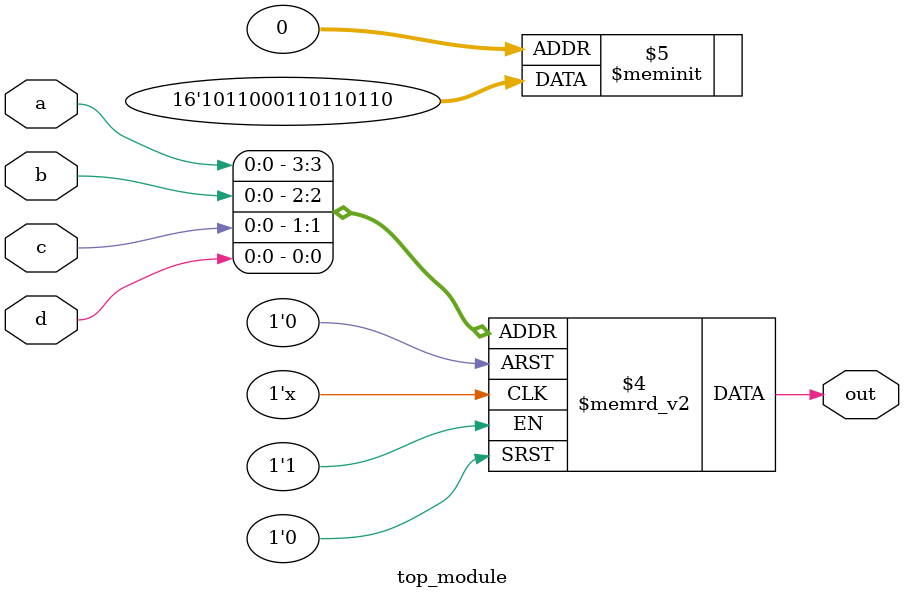
<source format=sv>
module top_module (
    input a,
    input b,
    input c,
    input d,
    output reg out
);

    always @(a, b, c, d)
        case ({a, b, c, d})
            4'b0000: out = 1'b0;
            4'b0001: out = 1'b1;
            4'b0010: out = 1'b1;
            4'b0011: out = 1'b0;
            4'b0100: out = 1'b1;
            4'b0101: out = 1'b1;
            4'b0110: out = 1'b0;
            4'b0111: out = 1'b1;
            4'b1000: out = 1'b1;
            4'b1001: out = 1'b0;
            4'b1010: out = 1'b0;
            4'b1011: out = 1'b0;
            4'b1100: out = 1'b1;
            4'b1101: out = 1'b1;
            4'b1110: out = 1'b0;
            4'b1111: out = 1'b1;
        endcase

endmodule

</source>
